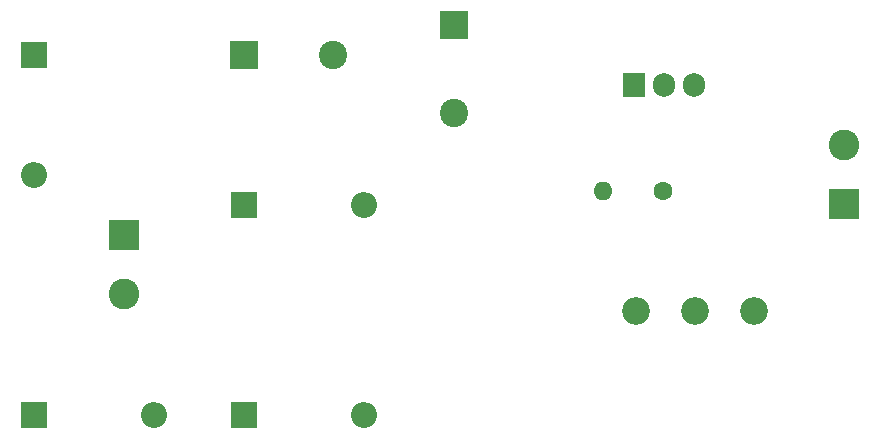
<source format=gbr>
%TF.GenerationSoftware,KiCad,Pcbnew,8.0.4*%
%TF.CreationDate,2024-08-26T23:26:11+02:00*%
%TF.ProjectId,regulateur_tension,72656775-6c61-4746-9575-725f74656e73,rev?*%
%TF.SameCoordinates,Original*%
%TF.FileFunction,Soldermask,Top*%
%TF.FilePolarity,Negative*%
%FSLAX46Y46*%
G04 Gerber Fmt 4.6, Leading zero omitted, Abs format (unit mm)*
G04 Created by KiCad (PCBNEW 8.0.4) date 2024-08-26 23:26:11*
%MOMM*%
%LPD*%
G01*
G04 APERTURE LIST*
%ADD10C,2.600000*%
%ADD11R,2.600000X2.600000*%
%ADD12O,2.200000X2.200000*%
%ADD13R,2.200000X2.200000*%
%ADD14R,2.400000X2.400000*%
%ADD15C,2.400000*%
%ADD16O,1.600000X1.600000*%
%ADD17C,1.600000*%
%ADD18O,1.905000X2.000000*%
%ADD19R,1.905000X2.000000*%
%ADD20C,2.340000*%
G04 APERTURE END LIST*
D10*
%TO.C,INPUT_AC1*%
X30600000Y-44250000D03*
D11*
X30600000Y-39250000D03*
%TD*%
D12*
%TO.C,D2*%
X50920000Y-54490000D03*
D13*
X40760000Y-54490000D03*
%TD*%
D12*
%TO.C,D1*%
X22980000Y-34170000D03*
D13*
X22980000Y-24010000D03*
%TD*%
D14*
%TO.C,C2*%
X58540000Y-21470000D03*
D15*
X58540000Y-28970000D03*
%TD*%
D12*
%TO.C,D3*%
X33140000Y-54490000D03*
D13*
X22980000Y-54490000D03*
%TD*%
D12*
%TO.C,D4*%
X50920000Y-36710000D03*
D13*
X40760000Y-36710000D03*
%TD*%
D16*
%TO.C,R1*%
X71120000Y-35560000D03*
D17*
X76200000Y-35560000D03*
%TD*%
D18*
%TO.C,RegulateurV1*%
X78860000Y-26550000D03*
X76320000Y-26550000D03*
D19*
X73780000Y-26550000D03*
%TD*%
D14*
%TO.C,C1*%
X40760000Y-24010000D03*
D15*
X48260000Y-24010000D03*
%TD*%
D20*
%TO.C,R2*%
X73940000Y-45720000D03*
X78940000Y-45720000D03*
X83940000Y-45720000D03*
%TD*%
D11*
%TO.C,OUTPUT1*%
X91560000Y-36630000D03*
D10*
X91560000Y-31630000D03*
%TD*%
M02*

</source>
